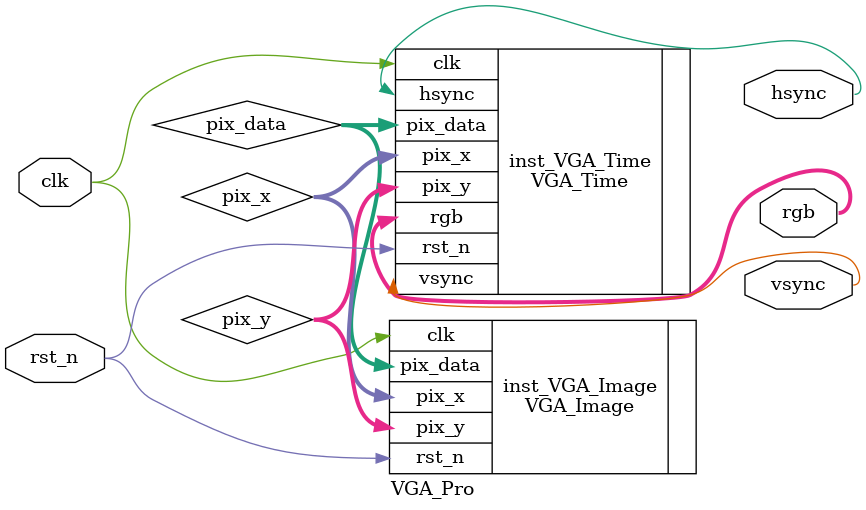
<source format=v>
module VGA_Pro (
	input clk,
	input rst_n,
	output hsync,
	output vsync,
	output [15:0] rgb
);

	wire [9:0] pix_x;
	wire [9:0] pix_y;
	wire [15:0] pix_data;

	VGA_Time inst_VGA_Time (
		.clk(clk),
		.rst_n(rst_n),
		.pix_data(pix_data),
		.pix_x(pix_x),
		.pix_y(pix_y),
		.hsync(hsync),
		.vsync(vsync),
		.rgb(rgb) 
	);

	VGA_Image inst_VGA_Image (
		.clk(clk),
		.rst_n(rst_n),
		.pix_x(pix_x),
		.pix_y(pix_y),
		.pix_data(pix_data)
	);

endmodule
</source>
